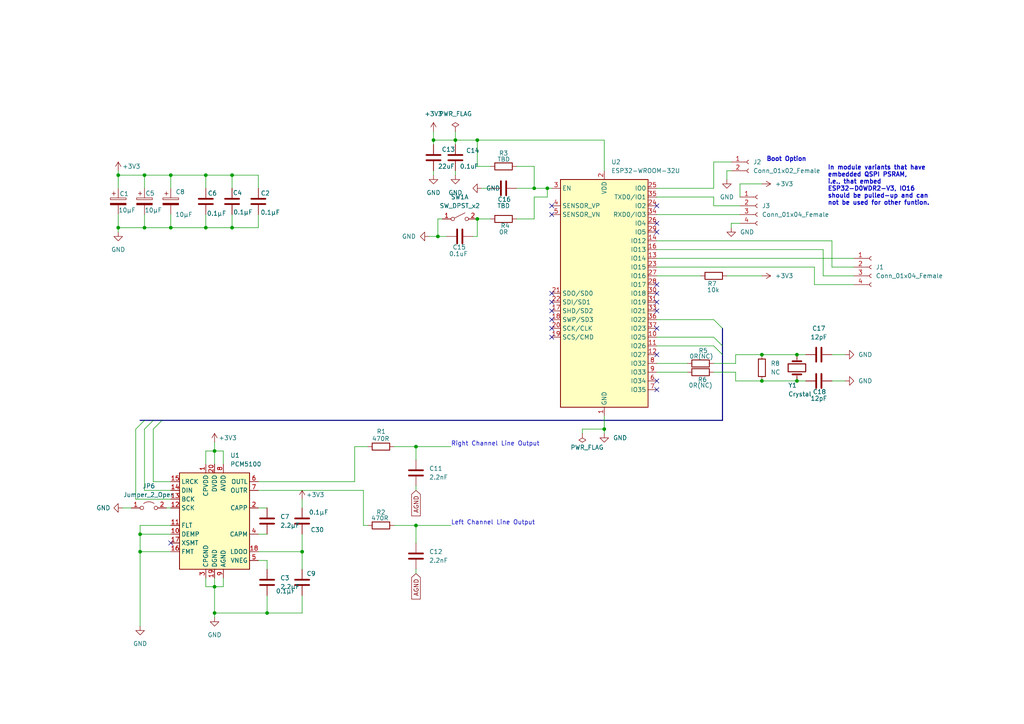
<source format=kicad_sch>
(kicad_sch (version 20211123) (generator eeschema)
  (paper "A4")
  (lib_symbols
    (symbol "Audio:PCM5100"
      (property "Reference" "U" (at -10.16 13.97 0))
      (property "Value" "PCM5100" (at 3.81 13.97 0))
      (symbol "PCM5100_0_1"
        (rectangle (start -10.16 12.7) (end 10.16 -15.24) (stroke (width 0.254)) (fill (type background)))
      )
      (symbol "PCM5100_1_1"
        (pin passive line (at -2.54 15.24 270) (length 2.54) (name "CPVDD") (number "1"))
        (pin input line (at -12.7 -5.08 0) (length 2.54) (name "DEMP") (number "10"))
        (pin input line (at -12.7 -2.54 0) (length 2.54) (name "FLT") (number "11"))
        (pin input line (at -12.7 2.54 0) (length 2.54) (name "SCK") (number "12"))
        (pin input line (at -12.7 5.08 0) (length 2.54) (name "BCK") (number "13"))
        (pin input line (at -12.7 7.62 0) (length 2.54) (name "DIN") (number "14"))
        (pin input line (at -12.7 10.16 0) (length 2.54) (name "LRCK") (number "15"))
        (pin input line (at -12.7 -10.16 0) (length 2.54) (name "FMT") (number "16"))
        (pin input line (at -12.7 -7.62 0) (length 2.54) (name "XSMT") (number "17"))
        (pin passive line (at 12.7 -10.16 180) (length 2.54) (name "LDOO") (number "18"))
        (pin power_in line (at 0 -17.78 90) (length 2.54) (name "DGND") (number "19"))
        (pin passive line (at 12.7 2.54 180) (length 2.54) (name "CAPP") (number "2"))
        (pin power_in line (at 0 15.24 270) (length 2.54) (name "DVDD") (number "20"))
        (pin power_in line (at -2.54 -17.78 90) (length 2.54) (name "CPGND") (number "3"))
        (pin passive line (at 12.7 -5.08 180) (length 2.54) (name "CAPM") (number "4"))
        (pin passive line (at 12.7 -12.7 180) (length 2.54) (name "VNEG") (number "5"))
        (pin output line (at 12.7 10.16 180) (length 2.54) (name "OUTL") (number "6"))
        (pin output line (at 12.7 7.62 180) (length 2.54) (name "OUTR") (number "7"))
        (pin power_in line (at 2.54 15.24 270) (length 2.54) (name "AVDD") (number "8"))
        (pin power_in line (at 2.54 -17.78 90) (length 2.54) (name "AGND") (number "9"))
      )
    )
    (symbol "Connector:Conn_01x02_Female" (pin_names (offset 1.016) hide)
      (property "Reference" "J" (at 0 2.54 0))
      (property "Value" "Conn_01x02_Female" (at 0 -5.08 0))
      (symbol "Conn_01x02_Female_1_1"
        (arc (start 0 -2.032) (mid -0.508 -2.54) (end 0 -3.048) (stroke (width 0.1524)))
        (polyline (pts (xy -1.27 -2.54) (xy -0.508 -2.54)) (stroke (width 0.1524)))
        (polyline (pts (xy -1.27 0) (xy -0.508 0)) (stroke (width 0.1524)))
        (arc (start 0 0.508) (mid -0.508 0) (end 0 -0.508) (stroke (width 0.1524)))
        (pin passive line (at -5.08 0 0) (length 3.81) (name "Pin_1") (number "1"))
        (pin passive line (at -5.08 -2.54 0) (length 3.81) (name "Pin_2") (number "2"))
      )
    )
    (symbol "Connector:Conn_01x04_Female" (pin_names (offset 1.016) hide)
      (property "Reference" "J" (at 0 5.08 0))
      (property "Value" "Conn_01x04_Female" (at 0 -7.62 0))
      (symbol "Conn_01x04_Female_1_1"
        (arc (start 0 -4.572) (mid -0.508 -5.08) (end 0 -5.588) (stroke (width 0.1524)))
        (arc (start 0 -2.032) (mid -0.508 -2.54) (end 0 -3.048) (stroke (width 0.1524)))
        (polyline (pts (xy -1.27 -5.08) (xy -0.508 -5.08)) (stroke (width 0.1524)))
        (polyline (pts (xy -1.27 -2.54) (xy -0.508 -2.54)) (stroke (width 0.1524)))
        (polyline (pts (xy -1.27 0) (xy -0.508 0)) (stroke (width 0.1524)))
        (polyline (pts (xy -1.27 2.54) (xy -0.508 2.54)) (stroke (width 0.1524)))
        (arc (start 0 0.508) (mid -0.508 0) (end 0 -0.508) (stroke (width 0.1524)))
        (arc (start 0 3.048) (mid -0.508 2.54) (end 0 2.032) (stroke (width 0.1524)))
        (pin passive line (at -5.08 2.54 0) (length 3.81) (name "Pin_1") (number "1"))
        (pin passive line (at -5.08 0 0) (length 3.81) (name "Pin_2") (number "2"))
        (pin passive line (at -5.08 -2.54 0) (length 3.81) (name "Pin_3") (number "3"))
        (pin passive line (at -5.08 -5.08 0) (length 3.81) (name "Pin_4") (number "4"))
      )
    )
    (symbol "Device:C" (pin_numbers hide) (pin_names (offset 0.254))
      (property "Reference" "C" (at 0.635 2.54 0))
      (property "Value" "C" (at 0.635 -2.54 0))
      (symbol "C_0_1"
        (polyline (pts (xy -2.032 -0.762) (xy 2.032 -0.762)) (stroke (width 0.508)))
        (polyline (pts (xy -2.032 0.762) (xy 2.032 0.762)) (stroke (width 0.508)))
      )
      (symbol "C_1_1"
        (pin passive line (at 0 3.81 270) (length 2.794) (name "~") (number "1"))
        (pin passive line (at 0 -3.81 90) (length 2.794) (name "~") (number "2"))
      )
    )
    (symbol "Device:C_Polarized" (pin_numbers hide) (pin_names (offset 0.254))
      (property "Reference" "C" (at 0.635 2.54 0))
      (property "Value" "C_Polarized" (at 0.635 -2.54 0))
      (symbol "C_Polarized_0_1"
        (rectangle (start -2.286 0.508) (end 2.286 1.016))
        (polyline (pts (xy -1.778 2.286) (xy -0.762 2.286)))
        (polyline (pts (xy -1.27 2.794) (xy -1.27 1.778)))
        (rectangle (start 2.286 -0.508) (end -2.286 -1.016) (fill (type outline)))
      )
      (symbol "C_Polarized_1_1"
        (pin passive line (at 0 3.81 270) (length 2.794) (name "~") (number "1"))
        (pin passive line (at 0 -3.81 90) (length 2.794) (name "~") (number "2"))
      )
    )
    (symbol "Device:Crystal" (pin_numbers hide) (pin_names (offset 1.016) hide)
      (property "Reference" "Y" (at 0 3.81 0))
      (property "Value" "Crystal" (at 0 -3.81 0))
      (symbol "Crystal_0_1"
        (rectangle (start -1.143 2.54) (end 1.143 -2.54) (stroke (width 0.3048)))
        (polyline (pts (xy -2.54 0) (xy -1.905 0)))
        (polyline (pts (xy -1.905 -1.27) (xy -1.905 1.27)) (stroke (width 0.508)))
        (polyline (pts (xy 1.905 -1.27) (xy 1.905 1.27)) (stroke (width 0.508)))
        (polyline (pts (xy 2.54 0) (xy 1.905 0)))
      )
      (symbol "Crystal_1_1"
        (pin passive line (at -3.81 0 0) (length 1.27) (name "1") (number "1"))
        (pin passive line (at 3.81 0 180) (length 1.27) (name "2") (number "2"))
      )
    )
    (symbol "Device:R" (pin_numbers hide) (pin_names (offset 0))
      (property "Reference" "R" (at 2.032 0 90))
      (property "Value" "R" (at 0 0 90))
      (symbol "R_0_1"
        (rectangle (start -1.016 -2.54) (end 1.016 2.54) (stroke (width 0.254)))
      )
      (symbol "R_1_1"
        (pin passive line (at 0 3.81 270) (length 1.27) (name "~") (number "1"))
        (pin passive line (at 0 -3.81 90) (length 1.27) (name "~") (number "2"))
      )
    )
    (symbol "Jumper:Jumper_2_Open" (pin_names (offset 0) hide)
      (property "Reference" "JP" (at 0 2.794 0))
      (property "Value" "Jumper_2_Open" (at 0 -2.286 0))
      (symbol "Jumper_2_Open_0_0"
        (circle (center -2.032 0) (radius 0.508))
        (circle (center 2.032 0) (radius 0.508))
      )
      (symbol "Jumper_2_Open_0_1"
        (arc (start 1.524 1.27) (mid 0 1.778) (end -1.524 1.27))
      )
      (symbol "Jumper_2_Open_1_1"
        (pin passive line (at -5.08 0 0) (length 2.54) (name "A") (number "1"))
        (pin passive line (at 5.08 0 180) (length 2.54) (name "B") (number "2"))
      )
    )
    (symbol "RF_Module:ESP32-WROOM-32U"
      (property "Reference" "U" (at -12.7 34.29 0))
      (property "Value" "ESP32-WROOM-32U" (at 1.27 34.29 0))
      (symbol "ESP32-WROOM-32U_0_1"
        (rectangle (start -12.7 33.02) (end 12.7 -33.02) (stroke (width 0.254)) (fill (type background)))
      )
      (symbol "ESP32-WROOM-32U_1_1"
        (pin power_in line (at 0 -35.56 90) (length 2.54) (name "GND") (number "1"))
        (pin bidirectional line (at 15.24 -12.7 180) (length 2.54) (name "IO25") (number "10"))
        (pin bidirectional line (at 15.24 -15.24 180) (length 2.54) (name "IO26") (number "11"))
        (pin bidirectional line (at 15.24 -17.78 180) (length 2.54) (name "IO27") (number "12"))
        (pin bidirectional line (at 15.24 10.16 180) (length 2.54) (name "IO14") (number "13"))
        (pin bidirectional line (at 15.24 15.24 180) (length 2.54) (name "IO12") (number "14"))
        (pin passive line (at 0 -35.56 90) (length 2.54) hide (name "GND") (number "15"))
        (pin bidirectional line (at 15.24 12.7 180) (length 2.54) (name "IO13") (number "16"))
        (pin bidirectional line (at -15.24 -5.08 0) (length 2.54) (name "SHD/SD2") (number "17"))
        (pin bidirectional line (at -15.24 -7.62 0) (length 2.54) (name "SWP/SD3") (number "18"))
        (pin bidirectional line (at -15.24 -12.7 0) (length 2.54) (name "SCS/CMD") (number "19"))
        (pin power_in line (at 0 35.56 270) (length 2.54) (name "VDD") (number "2"))
        (pin bidirectional line (at -15.24 -10.16 0) (length 2.54) (name "SCK/CLK") (number "20"))
        (pin bidirectional line (at -15.24 0 0) (length 2.54) (name "SDO/SD0") (number "21"))
        (pin bidirectional line (at -15.24 -2.54 0) (length 2.54) (name "SDI/SD1") (number "22"))
        (pin bidirectional line (at 15.24 7.62 180) (length 2.54) (name "IO15") (number "23"))
        (pin bidirectional line (at 15.24 25.4 180) (length 2.54) (name "IO2") (number "24"))
        (pin bidirectional line (at 15.24 30.48 180) (length 2.54) (name "IO0") (number "25"))
        (pin bidirectional line (at 15.24 20.32 180) (length 2.54) (name "IO4") (number "26"))
        (pin bidirectional line (at 15.24 5.08 180) (length 2.54) (name "IO16") (number "27"))
        (pin bidirectional line (at 15.24 2.54 180) (length 2.54) (name "IO17") (number "28"))
        (pin bidirectional line (at 15.24 17.78 180) (length 2.54) (name "IO5") (number "29"))
        (pin input line (at -15.24 30.48 0) (length 2.54) (name "EN") (number "3"))
        (pin bidirectional line (at 15.24 0 180) (length 2.54) (name "IO18") (number "30"))
        (pin bidirectional line (at 15.24 -2.54 180) (length 2.54) (name "IO19") (number "31"))
        (pin no_connect line (at -12.7 -27.94 0) (length 2.54) hide (name "NC") (number "32"))
        (pin bidirectional line (at 15.24 -5.08 180) (length 2.54) (name "IO21") (number "33"))
        (pin bidirectional line (at 15.24 22.86 180) (length 2.54) (name "RXD0/IO3") (number "34"))
        (pin bidirectional line (at 15.24 27.94 180) (length 2.54) (name "TXD0/IO1") (number "35"))
        (pin bidirectional line (at 15.24 -7.62 180) (length 2.54) (name "IO22") (number "36"))
        (pin bidirectional line (at 15.24 -10.16 180) (length 2.54) (name "IO23") (number "37"))
        (pin passive line (at 0 -35.56 90) (length 2.54) hide (name "GND") (number "38"))
        (pin passive line (at 0 -35.56 90) (length 2.54) hide (name "GND") (number "39"))
        (pin input line (at -15.24 25.4 0) (length 2.54) (name "SENSOR_VP") (number "4"))
        (pin input line (at -15.24 22.86 0) (length 2.54) (name "SENSOR_VN") (number "5"))
        (pin input line (at 15.24 -25.4 180) (length 2.54) (name "IO34") (number "6"))
        (pin input line (at 15.24 -27.94 180) (length 2.54) (name "IO35") (number "7"))
        (pin bidirectional line (at 15.24 -20.32 180) (length 2.54) (name "IO32") (number "8"))
        (pin bidirectional line (at 15.24 -22.86 180) (length 2.54) (name "IO33") (number "9"))
      )
    )
    (symbol "Switch:SW_DPST_x2" (pin_names (offset 0) hide)
      (property "Reference" "SW" (at 0 3.175 0))
      (property "Value" "SW_DPST_x2" (at 0 -2.54 0))
      (symbol "SW_DPST_x2_0_0"
        (circle (center -2.032 0) (radius 0.508))
        (polyline (pts (xy -1.524 0.254) (xy 1.524 1.778)))
        (circle (center 2.032 0) (radius 0.508))
      )
      (symbol "SW_DPST_x2_1_1"
        (pin passive line (at -5.08 0 0) (length 2.54) (name "A") (number "1"))
        (pin passive line (at 5.08 0 180) (length 2.54) (name "B") (number "2"))
      )
      (symbol "SW_DPST_x2_2_1"
        (pin passive line (at -5.08 0 0) (length 2.54) (name "A") (number "3"))
        (pin passive line (at 5.08 0 180) (length 2.54) (name "B") (number "4"))
      )
    )
    (symbol "power:+3V3" (power) (pin_names (offset 0))
      (property "Value" "+3V3" (at 0 3.556 0))
      (symbol "+3V3_0_1"
        (polyline (pts (xy -0.762 1.27) (xy 0 2.54)))
        (polyline (pts (xy 0 0) (xy 0 2.54)))
        (polyline (pts (xy 0 2.54) (xy 0.762 1.27)))
      )
      (symbol "+3V3_1_1"
        (pin power_in line (at 0 0 90) (length 0) hide (name "+3V3") (number "1"))
      )
    )
    (symbol "power:GND" (power) (pin_names (offset 0))
      (property "Value" "GND" (at 0 -3.81 0))
      (symbol "GND_0_1"
        (polyline (pts (xy 0 0) (xy 0 -1.27) (xy 1.27 -1.27) (xy 0 -2.54) (xy -1.27 -1.27) (xy 0 -1.27)))
      )
      (symbol "GND_1_1"
        (pin power_in line (at 0 0 270) (length 0) hide (name "GND") (number "1"))
      )
    )
    (symbol "power:PWR_FLAG" (power) (pin_numbers hide) (pin_names (offset 0) hide)
      (property "Value" "PWR_FLAG" (at 0 3.81 0))
      (symbol "PWR_FLAG_0_0"
        (pin power_out line (at 0 0 90) (length 0) (name "pwr") (number "1"))
      )
      (symbol "PWR_FLAG_0_1"
        (polyline (pts (xy 0 0) (xy 0 1.27) (xy -1.016 1.905) (xy 0 2.54) (xy 1.016 1.905) (xy 0 1.27)))
      )
    )
  )
  (junction (at 34.29 50.8))
  (junction (at 59.69 50.8))
  (junction (at 127 68.58))
  (junction (at 158.75 54.61))
  (junction (at 132.08 40.64))
  (junction (at 120.65 129.54))
  (junction (at 62.23 130.81))
  (junction (at 231.14 102.87))
  (junction (at 59.69 66.04))
  (junction (at 49.53 66.04))
  (junction (at 154.94 54.61))
  (junction (at 231.14 110.49))
  (junction (at 77.47 177.8))
  (junction (at 40.64 154.94))
  (junction (at 125.73 40.64))
  (junction (at 62.23 177.8))
  (junction (at 120.65 152.4))
  (junction (at 138.43 63.5))
  (junction (at 41.91 50.8))
  (junction (at 220.98 110.49))
  (junction (at 138.43 40.64))
  (junction (at 67.31 50.8))
  (junction (at 62.23 170.18))
  (junction (at 49.53 50.8))
  (junction (at 220.98 102.87))
  (junction (at 34.29 66.04))
  (junction (at 175.26 124.46))
  (junction (at 87.63 160.02))
  (junction (at 41.91 66.04))
  (junction (at 40.64 160.02))
  (junction (at 67.31 66.04))
  (no_connect (at 190.5 85.09))
  (no_connect (at 190.5 59.69))
  (no_connect (at 190.5 95.25))
  (no_connect (at 190.5 82.55))
  (no_connect (at 160.02 90.17))
  (no_connect (at 190.5 87.63))
  (no_connect (at 160.02 92.71))
  (no_connect (at 190.5 113.03))
  (no_connect (at 160.02 62.23))
  (no_connect (at 49.53 157.48))
  (no_connect (at 190.5 90.17))
  (no_connect (at 190.5 102.87))
  (no_connect (at 160.02 95.25))
  (no_connect (at 160.02 59.69))
  (no_connect (at 190.5 110.49))
  (no_connect (at 160.02 97.79))
  (no_connect (at 190.5 67.31))
  (no_connect (at 190.5 64.77))
  (no_connect (at 160.02 87.63))
  (no_connect (at 160.02 85.09))
  (bus_entry (at 209.55 95.25) (size -2.54 -2.54))
  (bus_entry (at 41.91 124.46) (size 2.54 -2.54))
  (bus_entry (at 39.37 124.46) (size 2.54 -2.54))
  (bus_entry (at 209.55 100.33) (size -2.54 -2.54))
  (bus_entry (at 44.45 124.46) (size 2.54 -2.54))
  (bus_entry (at 209.55 102.87) (size -2.54 -2.54))
  (wire (pts (xy 62.23 177.8) (xy 62.23 179.07)))
  (wire (pts (xy 41.91 124.46) (xy 41.91 142.24)))
  (wire (pts (xy 137.16 68.58) (xy 138.43 68.58)))
  (bus (pts (xy 209.55 100.33) (xy 209.55 102.87)))
  (wire (pts (xy 59.69 62.23) (xy 59.69 66.04)))
  (wire (pts (xy 241.3 110.49) (xy 245.11 110.49)))
  (wire (pts (xy 77.47 162.56) (xy 77.47 165.1)))
  (wire (pts (xy 59.69 66.04) (xy 67.31 66.04)))
  (wire (pts (xy 241.3 102.87) (xy 245.11 102.87)))
  (wire (pts (xy 34.29 66.04) (xy 41.91 66.04)))
  (wire (pts (xy 41.91 62.23) (xy 41.91 66.04)))
  (wire (pts (xy 132.08 49.53) (xy 132.08 50.8)))
  (wire (pts (xy 241.3 77.47) (xy 247.65 77.47)))
  (bus (pts (xy 40.64 121.92) (xy 41.91 121.92)))
  (wire (pts (xy 120.65 152.4) (xy 120.65 157.48)))
  (wire (pts (xy 212.09 49.53) (xy 210.82 49.53)))
  (wire (pts (xy 120.65 129.54) (xy 130.81 129.54)))
  (wire (pts (xy 34.29 49.53) (xy 34.29 50.8)))
  (wire (pts (xy 48.26 147.32) (xy 49.53 147.32)))
  (wire (pts (xy 67.31 50.8) (xy 67.31 54.61)))
  (wire (pts (xy 34.29 50.8) (xy 34.29 54.61)))
  (wire (pts (xy 138.43 63.5) (xy 142.24 63.5)))
  (wire (pts (xy 74.93 62.23) (xy 74.93 66.04)))
  (wire (pts (xy 44.45 139.7) (xy 49.53 139.7)))
  (wire (pts (xy 128.27 63.5) (xy 127 63.5)))
  (wire (pts (xy 207.01 105.41) (xy 213.36 105.41)))
  (wire (pts (xy 105.41 152.4) (xy 106.68 152.4)))
  (wire (pts (xy 59.69 50.8) (xy 59.69 54.61)))
  (wire (pts (xy 114.3 129.54) (xy 120.65 129.54)))
  (wire (pts (xy 207.01 97.79) (xy 190.5 97.79)))
  (wire (pts (xy 62.23 130.81) (xy 64.77 130.81)))
  (wire (pts (xy 87.63 154.94) (xy 87.63 160.02)))
  (wire (pts (xy 231.14 102.87) (xy 233.68 102.87)))
  (wire (pts (xy 59.69 167.64) (xy 59.69 170.18)))
  (wire (pts (xy 125.73 40.64) (xy 132.08 40.64)))
  (wire (pts (xy 62.23 130.81) (xy 62.23 128.27)))
  (wire (pts (xy 74.93 154.94) (xy 77.47 154.94)))
  (wire (pts (xy 44.45 124.46) (xy 44.45 139.7)))
  (wire (pts (xy 74.93 142.24) (xy 105.41 142.24)))
  (wire (pts (xy 102.87 129.54) (xy 102.87 139.7)))
  (wire (pts (xy 127 68.58) (xy 129.54 68.58)))
  (wire (pts (xy 236.22 77.47) (xy 236.22 82.55)))
  (wire (pts (xy 154.94 54.61) (xy 154.94 48.26)))
  (bus (pts (xy 44.45 121.92) (xy 46.99 121.92)))
  (wire (pts (xy 49.53 62.23) (xy 49.53 66.04)))
  (wire (pts (xy 34.29 66.04) (xy 34.29 67.31)))
  (wire (pts (xy 41.91 50.8) (xy 41.91 54.61)))
  (wire (pts (xy 49.53 152.4) (xy 40.64 152.4)))
  (wire (pts (xy 154.94 57.15) (xy 154.94 63.5)))
  (wire (pts (xy 77.47 177.8) (xy 87.63 177.8)))
  (wire (pts (xy 40.64 160.02) (xy 49.53 160.02)))
  (wire (pts (xy 62.23 177.8) (xy 77.47 177.8)))
  (wire (pts (xy 190.5 54.61) (xy 207.01 54.61)))
  (wire (pts (xy 62.23 170.18) (xy 64.77 170.18)))
  (wire (pts (xy 74.93 147.32) (xy 77.47 147.32)))
  (wire (pts (xy 231.14 110.49) (xy 233.68 110.49)))
  (wire (pts (xy 149.86 48.26) (xy 154.94 48.26)))
  (wire (pts (xy 124.46 68.58) (xy 127 68.58)))
  (wire (pts (xy 49.53 144.78) (xy 39.37 144.78)))
  (wire (pts (xy 105.41 142.24) (xy 105.41 152.4)))
  (wire (pts (xy 74.93 160.02) (xy 87.63 160.02)))
  (wire (pts (xy 138.43 40.64) (xy 175.26 40.64)))
  (wire (pts (xy 168.91 124.46) (xy 168.91 125.73)))
  (wire (pts (xy 175.26 124.46) (xy 168.91 124.46)))
  (wire (pts (xy 132.08 41.91) (xy 132.08 40.64)))
  (wire (pts (xy 139.7 54.61) (xy 142.24 54.61)))
  (wire (pts (xy 213.36 110.49) (xy 213.36 107.95)))
  (wire (pts (xy 59.69 130.81) (xy 59.69 134.62)))
  (wire (pts (xy 190.5 69.85) (xy 241.3 69.85)))
  (wire (pts (xy 125.73 49.53) (xy 125.73 50.8)))
  (wire (pts (xy 41.91 50.8) (xy 34.29 50.8)))
  (wire (pts (xy 67.31 66.04) (xy 74.93 66.04)))
  (wire (pts (xy 138.43 40.64) (xy 138.43 48.26)))
  (wire (pts (xy 190.5 107.95) (xy 199.39 107.95)))
  (wire (pts (xy 210.82 49.53) (xy 210.82 52.07)))
  (wire (pts (xy 220.98 110.49) (xy 213.36 110.49)))
  (wire (pts (xy 49.53 50.8) (xy 49.53 54.61)))
  (wire (pts (xy 77.47 172.72) (xy 77.47 177.8)))
  (bus (pts (xy 46.99 121.92) (xy 209.55 121.92)))
  (wire (pts (xy 35.56 147.32) (xy 38.1 147.32)))
  (wire (pts (xy 132.08 40.64) (xy 138.43 40.64)))
  (wire (pts (xy 74.93 50.8) (xy 67.31 50.8)))
  (wire (pts (xy 87.63 160.02) (xy 87.63 165.1)))
  (wire (pts (xy 158.75 54.61) (xy 160.02 54.61)))
  (wire (pts (xy 213.36 107.95) (xy 207.01 107.95)))
  (wire (pts (xy 40.64 152.4) (xy 40.64 154.94)))
  (wire (pts (xy 154.94 54.61) (xy 158.75 54.61)))
  (wire (pts (xy 41.91 66.04) (xy 49.53 66.04)))
  (wire (pts (xy 114.3 152.4) (xy 120.65 152.4)))
  (wire (pts (xy 49.53 50.8) (xy 41.91 50.8)))
  (wire (pts (xy 64.77 134.62) (xy 64.77 130.81)))
  (wire (pts (xy 40.64 160.02) (xy 40.64 181.61)))
  (wire (pts (xy 74.93 54.61) (xy 74.93 50.8)))
  (wire (pts (xy 210.82 80.01) (xy 220.98 80.01)))
  (wire (pts (xy 190.5 105.41) (xy 199.39 105.41)))
  (bus (pts (xy 41.91 121.92) (xy 44.45 121.92)))
  (wire (pts (xy 190.5 92.71) (xy 207.01 92.71)))
  (wire (pts (xy 62.23 134.62) (xy 62.23 130.81)))
  (wire (pts (xy 220.98 110.49) (xy 231.14 110.49)))
  (wire (pts (xy 207.01 46.99) (xy 212.09 46.99)))
  (wire (pts (xy 62.23 170.18) (xy 62.23 177.8)))
  (wire (pts (xy 64.77 167.64) (xy 64.77 170.18)))
  (wire (pts (xy 120.65 140.97) (xy 120.65 142.24)))
  (wire (pts (xy 87.63 172.72) (xy 87.63 177.8)))
  (wire (pts (xy 106.68 129.54) (xy 102.87 129.54)))
  (wire (pts (xy 62.23 167.64) (xy 62.23 170.18)))
  (wire (pts (xy 158.75 54.61) (xy 158.75 57.15)))
  (wire (pts (xy 120.65 152.4) (xy 130.81 152.4)))
  (wire (pts (xy 190.5 62.23) (xy 214.63 62.23)))
  (wire (pts (xy 59.69 50.8) (xy 49.53 50.8)))
  (wire (pts (xy 220.98 102.87) (xy 231.14 102.87)))
  (wire (pts (xy 190.5 57.15) (xy 207.01 57.15)))
  (wire (pts (xy 41.91 142.24) (xy 49.53 142.24)))
  (wire (pts (xy 125.73 41.91) (xy 125.73 40.64)))
  (wire (pts (xy 207.01 57.15) (xy 207.01 59.69)))
  (wire (pts (xy 74.93 139.7) (xy 102.87 139.7)))
  (wire (pts (xy 49.53 154.94) (xy 40.64 154.94)))
  (wire (pts (xy 175.26 49.53) (xy 175.26 40.64)))
  (wire (pts (xy 175.26 124.46) (xy 175.26 125.73)))
  (wire (pts (xy 236.22 82.55) (xy 247.65 82.55)))
  (wire (pts (xy 214.63 57.15) (xy 214.63 53.34)))
  (wire (pts (xy 207.01 59.69) (xy 214.63 59.69)))
  (wire (pts (xy 127 63.5) (xy 127 68.58)))
  (wire (pts (xy 175.26 120.65) (xy 175.26 124.46)))
  (wire (pts (xy 87.63 144.78) (xy 87.63 147.32)))
  (wire (pts (xy 214.63 64.77) (xy 212.09 64.77)))
  (wire (pts (xy 214.63 53.34) (xy 220.98 53.34)))
  (wire (pts (xy 149.86 63.5) (xy 154.94 63.5)))
  (wire (pts (xy 59.69 130.81) (xy 62.23 130.81)))
  (wire (pts (xy 39.37 124.46) (xy 39.37 144.78)))
  (wire (pts (xy 74.93 162.56) (xy 77.47 162.56)))
  (wire (pts (xy 238.76 80.01) (xy 247.65 80.01)))
  (wire (pts (xy 190.5 72.39) (xy 238.76 72.39)))
  (wire (pts (xy 213.36 102.87) (xy 220.98 102.87)))
  (wire (pts (xy 238.76 72.39) (xy 238.76 80.01)))
  (wire (pts (xy 59.69 170.18) (xy 62.23 170.18)))
  (wire (pts (xy 120.65 129.54) (xy 120.65 133.35)))
  (wire (pts (xy 212.09 64.77) (xy 212.09 66.04)))
  (wire (pts (xy 132.08 38.1) (xy 132.08 40.64)))
  (wire (pts (xy 190.5 77.47) (xy 236.22 77.47)))
  (wire (pts (xy 120.65 165.1) (xy 120.65 166.37)))
  (bus (pts (xy 209.55 95.25) (xy 209.55 100.33)))
  (bus (pts (xy 209.55 102.87) (xy 209.55 121.92)))
  (wire (pts (xy 34.29 62.23) (xy 34.29 66.04)))
  (wire (pts (xy 49.53 66.04) (xy 59.69 66.04)))
  (wire (pts (xy 158.75 57.15) (xy 154.94 57.15)))
  (wire (pts (xy 190.5 100.33) (xy 207.01 100.33)))
  (wire (pts (xy 213.36 105.41) (xy 213.36 102.87)))
  (wire (pts (xy 241.3 69.85) (xy 241.3 77.47)))
  (wire (pts (xy 40.64 154.94) (xy 40.64 160.02)))
  (wire (pts (xy 190.5 80.01) (xy 203.2 80.01)))
  (wire (pts (xy 67.31 50.8) (xy 59.69 50.8)))
  (wire (pts (xy 190.5 74.93) (xy 247.65 74.93)))
  (wire (pts (xy 142.24 48.26) (xy 138.43 48.26)))
  (wire (pts (xy 138.43 68.58) (xy 138.43 63.5)))
  (wire (pts (xy 67.31 62.23) (xy 67.31 66.04)))
  (wire (pts (xy 207.01 54.61) (xy 207.01 46.99)))
  (wire (pts (xy 125.73 38.1) (xy 125.73 40.64)))
  (wire (pts (xy 149.86 54.61) (xy 154.94 54.61)))
  (text "In module variants that have\nembedded QSPI PSRAM,\ni.e., that embed\nESP32-D0WDR2-V3, IO16\nshould be pulled-up and can\nnot be used for other funtion." (at 240.03 59.69 0) (effects (font (size 1.27 1.27) bold) (justify left bottom)))
  (text "Boot Option\n" (at 222.25 46.99 0) (effects (font (size 1.27 1.27) (thickness 0.254) bold) (justify left bottom)))
  (text "Left Channel Line Output" (at 130.81 152.4 0) (effects (font (size 1.27 1.27)) (justify left bottom)))
  (text "Right Channel Line Output\n" (at 130.81 129.54 0) (effects (font (size 1.27 1.27)) (justify left bottom)))
  (global_label "AGND" (shape input) (at 120.65 142.24 270) (property "Intersheet References" "${INTERSHEET_REFS}" (effects hide)))
  (global_label "AGND" (shape input) (at 120.65 166.37 270) (property "Intersheet References" "${INTERSHEET_REFS}" (effects hide)))
  (symbol (lib_id "Device:R") (at 146.05 63.5 270) (unit 1)
    (property "Reference" "R4" (at 146.5303 65.485 90))
    (property "Value" "0R" (at 146.05 67.31 90))
    (property "Footprint" "Resistor_SMD:R_0805_2012Metric" (effects hide))
  )
  (symbol (lib_id "power:GND") (at 124.46 68.58 270) (unit 1)
    (property "Reference" "#PWR0111" (effects hide))
    (property "Value" "GND" (at 120.65 68.5799 90) (effects (justify right)))
  )
  (symbol (lib_id "Device:Crystal") (at 231.14 106.68 270) (unit 1)
    (property "Reference" "Y1" (at 228.6 111.76 90) (effects (justify left)))
    (property "Value" "Crystal" (at 228.6 114.3 90) (effects (justify left)))
    (property "Footprint" "Crystal:Crystal_AT310_D3.0mm_L10.0mm_Vertical" (effects hide))
  )
  (symbol (lib_id "Jumper:Jumper_2_Open") (at 43.18 147.32 0) (unit 1)
    (property "Reference" "JP6" (at 43.18 140.97 0))
    (property "Value" "Jumper_2_Open" (at 43.18 143.51 0))
    (property "Footprint" "TestPoint:TestPoint_2Pads_Pitch2.54mm_Drill0.8mm" (effects hide))
  )
  (symbol (lib_id "Connector:Conn_01x02_Female") (at 217.17 46.99 0) (unit 1)
    (property "Reference" "J2" (at 218.44 46.9899 0) (effects (justify left)))
    (property "Value" "Conn_01x02_Female" (at 218.44 49.5299 0) (effects (justify left)))
    (property "Footprint" "Connector_PinSocket_1.00mm:PinSocket_1x02_P1.00mm_Vertical" (effects hide))
  )
  (symbol (lib_id "Device:C") (at 74.93 58.42 180) (unit 1)
    (property "Reference" "C2" (at 75.6042 56.0499 0) (effects (justify right)))
    (property "Value" "0.1µF" (at 75.5547 61.6052 0) (effects (justify right)))
    (property "Footprint" "Capacitor_SMD:C_0805_2012Metric" (effects hide))
  )
  (symbol (lib_id "power:+3V3") (at 62.23 128.27 0) (unit 1)
    (property "Reference" "#PWR0115" (effects hide))
    (property "Value" "+3V3" (at 66.04 127 0))
  )
  (symbol (lib_id "power:+3V3") (at 220.98 53.34 270) (unit 1)
    (property "Reference" "#PWR0103" (effects hide))
    (property "Value" "+3V3" (at 224.79 53.3399 90) (effects (justify left)))
  )
  (symbol (lib_id "RF_Module:ESP32-WROOM-32U") (at 175.26 85.09 0) (unit 1)
    (property "Reference" "U2" (at 177.2794 46.99 0) (effects (justify left)))
    (property "Value" "ESP32-WROOM-32U" (at 177.2794 49.53 0) (effects (justify left)))
    (property "Footprint" "RF_Module:ESP32-WROOM-32U" (effects hide))
    (property "Datasheet" "https://www.espressif.com/sites/default/files/documentation/esp32-wroom-32d_esp32-wroom-32u_datasheet_en.pdf" (effects hide))
  )
  (symbol (lib_id "Device:R") (at 203.2 107.95 270) (unit 1)
    (property "Reference" "R6" (at 203.734 110.1089 90))
    (property "Value" "0R(NC)" (at 203.2 111.76 90))
    (property "Footprint" "Resistor_SMD:R_0805_2012Metric" (effects hide))
  )
  (symbol (lib_id "Device:R") (at 203.2 105.41 270) (unit 1)
    (property "Reference" "R5" (at 203.9456 101.6916 90))
    (property "Value" "0R(NC)" (at 203.4212 103.3601 90))
    (property "Footprint" "Resistor_SMD:R_0805_2012Metric" (effects hide))
  )
  (symbol (lib_id "Device:C") (at 87.63 151.13 0) (unit 1)
    (property "Reference" "C30" (at 93.98 153.67 0) (effects (justify right)))
    (property "Value" "0.1µF" (at 95.25 148.59 0) (effects (justify right)))
    (property "Footprint" "Capacitor_SMD:C_0805_2012Metric" (effects hide))
  )
  (symbol (lib_id "Device:R") (at 110.49 129.54 270) (unit 1)
    (property "Reference" "R1" (at 110.5824 125.1548 90))
    (property "Value" "470R" (at 110.4215 127.2463 90))
    (property "Footprint" "Resistor_SMD:R_0805_2012Metric" (effects hide))
  )
  (symbol (lib_id "power:GND") (at 34.29 67.31 0) (unit 1)
    (property "Reference" "#PWR0104" (effects hide))
    (property "Value" "GND" (at 34.29 72.39 0))
  )
  (symbol (lib_id "power:+3V3") (at 220.98 80.01 270) (unit 1)
    (property "Reference" "#PWR0101" (effects hide))
    (property "Value" "+3V3" (at 224.79 80.0099 90) (effects (justify left)))
  )
  (symbol (lib_id "Device:C_Polarized") (at 49.53 58.42 0) (unit 1)
    (property "Reference" "C8" (at 50.9273 55.662 0) (effects (justify left)))
    (property "Value" "10µF" (at 50.8 62.23 0) (effects (justify left)))
    (property "Footprint" "Capacitor_SMD:CP_Elec_3x5.3" (effects hide))
  )
  (symbol (lib_id "Device:R") (at 146.05 48.26 90) (unit 1)
    (property "Reference" "R3" (at 146.05 44.45 90))
    (property "Value" "TBD" (at 146.0842 46.2186 90))
    (property "Footprint" "Resistor_SMD:R_0805_2012Metric" (effects hide))
  )
  (symbol (lib_id "Device:R") (at 207.01 80.01 270) (unit 1)
    (property "Reference" "R7" (at 206.5415 82.2841 90))
    (property "Value" "10k" (at 206.8694 84.0878 90))
    (property "Footprint" "Resistor_SMD:R_0805_2012Metric" (effects hide))
  )
  (symbol (lib_id "Device:C") (at 237.49 110.49 270) (unit 1)
    (property "Reference" "C18" (at 237.6816 113.6484 90))
    (property "Value" "12pF" (at 237.49 115.57 90))
    (property "Footprint" "Capacitor_SMD:C_0805_2012Metric" (effects hide))
  )
  (symbol (lib_id "power:GND") (at 132.08 50.8 0) (unit 1)
    (property "Reference" "#PWR0110" (effects hide))
    (property "Value" "GND" (at 132.08 55.88 0))
  )
  (symbol (lib_id "Device:C") (at 77.47 168.91 180) (unit 1)
    (property "Reference" "C3" (at 81.28 167.6399 0) (effects (justify right)))
    (property "Value" "2.2µF" (at 81.28 170.1799 0) (effects (justify right)))
    (property "Footprint" "Capacitor_SMD:C_0805_2012Metric" (effects hide))
  )
  (symbol (lib_id "power:GND") (at 35.56 147.32 270) (unit 1)
    (property "Reference" "#PWR0114" (effects hide))
    (property "Value" "GND" (at 27.94 147.32 90) (effects (justify left)))
  )
  (symbol (lib_id "Device:C") (at 133.35 68.58 90) (unit 1)
    (property "Reference" "C15" (at 133.201 71.6985 90))
    (property "Value" "0.1uF" (at 132.9597 73.6291 90))
    (property "Footprint" "Capacitor_SMD:C_0805_2012Metric" (effects hide))
  )
  (symbol (lib_id "power:GND") (at 245.11 102.87 90) (unit 1)
    (property "Reference" "#PWR0107" (effects hide))
    (property "Value" "GND" (at 248.92 102.8699 90) (effects (justify right)))
  )
  (symbol (lib_id "power:GND") (at 175.26 125.73 0) (unit 1)
    (property "Reference" "#PWR0116" (effects hide))
    (property "Value" "GND" (at 177.8 126.9999 0) (effects (justify left)))
  )
  (symbol (lib_id "Device:C_Polarized") (at 41.91 58.42 0) (unit 1)
    (property "Reference" "C5" (at 44.8742 56.0667 0) (effects (justify right)))
    (property "Value" "10µF" (at 46.99 60.96 0) (effects (justify right)))
    (property "Footprint" "Capacitor_SMD:CP_Elec_3x5.3" (effects hide))
  )
  (symbol (lib_id "Device:C") (at 120.65 161.29 180) (unit 1)
    (property "Reference" "C12" (at 124.46 160.0199 0) (effects (justify right)))
    (property "Value" "2.2nF" (at 124.46 162.5599 0) (effects (justify right)))
    (property "Footprint" "Capacitor_SMD:C_0805_2012Metric" (effects hide))
  )
  (symbol (lib_id "power:GND") (at 245.11 110.49 90) (unit 1)
    (property "Reference" "#PWR0106" (effects hide))
    (property "Value" "GND" (at 248.92 110.4899 90) (effects (justify right)))
  )
  (symbol (lib_id "power:GND") (at 62.23 179.07 0) (unit 1)
    (property "Reference" "#PWR0119" (effects hide))
    (property "Value" "GND" (at 62.23 184.15 0))
  )
  (symbol (lib_id "Device:C") (at 132.08 45.72 0) (unit 1)
    (property "Reference" "C14" (at 135.1677 43.6695 0) (effects (justify left)))
    (property "Value" "0.1uF" (at 133.35 48.26 0) (effects (justify left)))
    (property "Footprint" "Capacitor_SMD:C_0805_2012Metric" (effects hide))
  )
  (symbol (lib_id "Device:C") (at 237.49 102.87 270) (unit 1)
    (property "Reference" "C17" (at 237.49 95.25 90))
    (property "Value" "12pF" (at 237.49 97.79 90))
    (property "Footprint" "Capacitor_SMD:C_0805_2012Metric" (effects hide))
  )
  (symbol (lib_id "Device:C_Polarized") (at 34.29 58.42 0) (unit 1)
    (property "Reference" "C1" (at 37.368 56.2124 0) (effects (justify right)))
    (property "Value" "10µF" (at 39.37 60.96 0) (effects (justify right)))
    (property "Footprint" "Capacitor_SMD:CP_Elec_3x5.3" (effects hide))
  )
  (symbol (lib_id "power:GND") (at 212.09 66.04 0) (unit 1)
    (property "Reference" "#PWR0118" (effects hide))
    (property "Value" "GND" (at 214.63 67.3099 0) (effects (justify left)))
  )
  (symbol (lib_id "power:+3V3") (at 34.29 49.53 0) (unit 1)
    (property "Reference" "#PWR0105" (effects hide))
    (property "Value" "+3V3" (at 38.1 48.26 0))
  )
  (symbol (lib_id "Device:C") (at 87.63 168.91 180) (unit 1)
    (property "Reference" "C9" (at 88.9 166.37 0) (effects (justify right)))
    (property "Value" "0.1µF" (at 80.01 171.45 0) (effects (justify right)))
    (property "Footprint" "Capacitor_SMD:C_0805_2012Metric" (effects hide))
  )
  (symbol (lib_id "Device:C") (at 77.47 151.13 180) (unit 1)
    (property "Reference" "C7" (at 81.28 149.8599 0) (effects (justify right)))
    (property "Value" "2.2µF" (at 81.28 152.3999 0) (effects (justify right)))
    (property "Footprint" "Capacitor_SMD:C_0805_2012Metric" (effects hide))
  )
  (symbol (lib_id "Device:C") (at 146.05 54.61 90) (unit 1)
    (property "Reference" "C16" (at 146.269 57.8449 90))
    (property "Value" "TBD" (at 146.05 59.69 90))
    (property "Footprint" "Capacitor_SMD:C_0805_2012Metric" (effects hide))
  )
  (symbol (lib_id "Device:C") (at 59.69 58.42 0) (unit 1)
    (property "Reference" "C6" (at 62.9473 56.0667 0) (effects (justify right)))
    (property "Value" "0.1µF" (at 65.6437 61.8967 0) (effects (justify right)))
    (property "Footprint" "Capacitor_SMD:C_0805_2012Metric" (effects hide))
  )
  (symbol (lib_id "power:GND") (at 210.82 52.07 0) (unit 1)
    (property "Reference" "#PWR0108" (effects hide))
    (property "Value" "GND" (at 210.82 57.15 0))
  )
  (symbol (lib_id "Audio:PCM5100") (at 62.23 149.86 0) (unit 1)
    (property "Reference" "U1" (at 66.7894 132.08 0) (effects (justify left)))
    (property "Value" "PCM5100" (at 66.7894 134.62 0) (effects (justify left)))
    (property "Footprint" "Package_SO:TSSOP-20_4.4x6.5mm_P0.65mm" (effects hide))
    (property "Datasheet" "http://www.ti.com/lit/ds/symlink/pcm5100.pdf" (effects hide))
  )
  (symbol (lib_id "Device:C") (at 67.31 58.42 0) (unit 1)
    (property "Reference" "C4" (at 70.2348 55.9209 0) (effects (justify right)))
    (property "Value" "0.1µF" (at 73.2956 61.5323 0) (effects (justify right)))
    (property "Footprint" "Capacitor_SMD:C_0805_2012Metric" (effects hide))
  )
  (symbol (lib_id "power:GND") (at 139.7 54.61 270) (unit 1)
    (property "Reference" "#PWR0117" (effects hide))
    (property "Value" "GND" (at 140.97 54.6099 90) (effects (justify left)))
  )
  (symbol (lib_id "power:GND") (at 40.64 181.61 0) (unit 1)
    (property "Reference" "#PWR0113" (effects hide))
    (property "Value" "GND" (at 40.64 186.69 0))
  )
  (symbol (lib_id "Device:R") (at 220.98 106.68 0) (unit 1)
    (property "Reference" "R8" (at 223.52 105.4099 0) (effects (justify left)))
    (property "Value" "NC" (at 223.52 107.9499 0) (effects (justify left)))
    (property "Footprint" "Resistor_SMD:R_0805_2012Metric" (effects hide))
  )
  (symbol (lib_id "power:PWR_FLAG") (at 132.08 38.1 0) (unit 1)
    (property "Reference" "#FLG01" (effects hide))
    (property "Value" "PWR_FLAG" (at 132.08 33.02 0))
  )
  (symbol (lib_id "power:+3V3") (at 125.73 38.1 0) (unit 1)
    (property "Reference" "#PWR0102" (effects hide))
    (property "Value" "+3V3" (at 125.73 33.02 0))
  )
  (symbol (lib_id "Switch:SW_DPST_x2") (at 133.35 63.5 0) (unit 1)
    (property "Reference" "SW1" (at 133.35 57.15 0))
    (property "Value" "SW_DPST_x2" (at 133.35 59.69 0))
  )
  (symbol (lib_id "Connector:Conn_01x04_Female") (at 252.73 77.47 0) (unit 1)
    (property "Reference" "J1" (at 254 77.4699 0) (effects (justify left)))
    (property "Value" "Conn_01x04_Female" (at 254 80.0099 0) (effects (justify left)))
    (property "Footprint" "Connector_PinSocket_1.00mm:PinSocket_1x04_P1.00mm_Vertical" (effects hide))
  )
  (symbol (lib_id "Connector:Conn_01x04_Female") (at 219.71 59.69 0) (unit 1)
    (property "Reference" "J3" (at 220.98 59.6899 0) (effects (justify left)))
    (property "Value" "Conn_01x04_Female" (at 220.98 62.2299 0) (effects (justify left)))
    (property "Footprint" "Connector_PinSocket_1.00mm:PinSocket_1x04_P1.00mm_Vertical" (effects hide))
  )
  (symbol (lib_id "Device:C") (at 120.65 137.16 180) (unit 1)
    (property "Reference" "C11" (at 124.46 135.8899 0) (effects (justify right)))
    (property "Value" "2.2nF" (at 124.46 138.4299 0) (effects (justify right)))
    (property "Footprint" "Capacitor_SMD:C_0805_2012Metric" (effects hide))
  )
  (symbol (lib_id "power:PWR_FLAG") (at 168.91 125.73 180) (unit 1)
    (property "Reference" "#FLG0101" (effects hide))
    (property "Value" "PWR_FLAG" (at 165.4423 129.7782 0) (effects (justify right)))
  )
  (symbol (lib_id "Device:C") (at 125.73 45.72 0) (unit 1)
    (property "Reference" "C13" (at 128.0885 43.3477 0) (effects (justify left)))
    (property "Value" "22uF" (at 127 48.26 0) (effects (justify left)))
    (property "Footprint" "Capacitor_SMD:C_0805_2012Metric" (effects hide))
  )
  (symbol (lib_id "power:GND") (at 125.73 50.8 0) (unit 1)
    (property "Reference" "#PWR0109" (effects hide))
    (property "Value" "GND" (at 125.73 55.88 0))
  )
  (symbol (lib_id "power:+3V3") (at 87.63 144.78 0) (unit 1)
    (property "Reference" "#PWR0112" (effects hide))
    (property "Value" "+3V3" (at 91.44 143.51 0))
  )
  (symbol (lib_id "Device:R") (at 110.49 152.4 270) (unit 1)
    (property "Reference" "R2" (at 110.49 148.59 90))
    (property "Value" "470R" (at 110.1875 150.2972 90))
    (property "Footprint" "Resistor_SMD:R_0805_2012Metric" (effects hide))
  )
)
</source>
